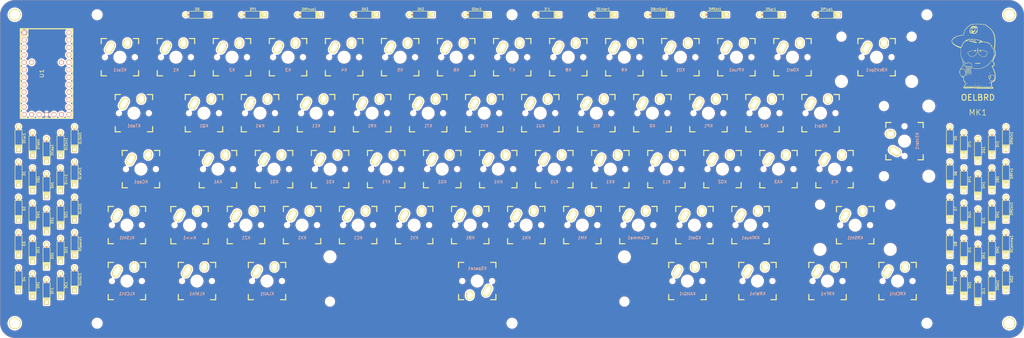
<source format=kicad_pcb>
(kicad_pcb (version 20221018) (generator pcbnew)
  (layers (0 "F.Cu" signal) (31 "B.Cu" signal) (34 "B.Paste" user) (35 "F.Paste" user) (36 "B.SilkS" user "B.Silkscreen") (37 "F.SilkS" user "F.Silkscreen") (38 "B.Mask" user) (39 "F.Mask" user) (44 "Edge.Cuts" user))
  (net 0 "")
  (net 1 "/row3")
  (net 2 "Net-(D0-Pad2)")
  (net 3 "/row0")
  (net 4 "Net-(D1-Pad2)")
  (net 5 "Net-(D2-Pad2)")
  (net 6 "Net-(D3-Pad2)")
  (net 7 "Net-(D4-Pad2)")
  (net 8 "Net-(D5-Pad2)")
  (net 9 "Net-(D6-Pad2)")
  (net 10 "Net-(D7-Pad2)")
  (net 11 "Net-(D8-Pad2)")
  (net 12 "Net-(D9-Pad2)")
  (net 13 "Net-(D'1-Pad2)")
  (net 14 "/row2")
  (net 15 "Net-(D<>1-Pad2)")
  (net 16 "Net-(DA1-Pad2)")
  (net 17 "Net-(DA2-Pad2)")
  (net 18 "/row1")
  (net 19 "Net-(DA3-Pad2)")
  (net 20 "Net-(DAltGr1-Pad2)")
  (net 21 "/row4")
  (net 22 "Net-(DB1-Pad2)")
  (net 23 "Net-(DBckSpc1-Pad2)")
  (net 24 "Net-(DC1-Pad2)")
  (net 25 "Net-(DCap1-Pad2)")
  (net 26 "Net-(DD1-Pad2)")
  (net 27 "Net-(DE1-Pad2)")
  (net 28 "Net-(DEnter1-Pad2)")
  (net 29 "Net-(DF1-Pad2)")
  (net 30 "Net-(DG1-Pad2)")
  (net 31 "Net-(DH1-Pad2)")
  (net 32 "Net-(DI1-Pad2)")
  (net 33 "Net-(DJ1-Pad2)")
  (net 34 "Net-(DK1-Pad2)")
  (net 35 "Net-(DL1-Pad2)")
  (net 36 "Net-(DLAlt1-Pad2)")
  (net 37 "Net-(DLCtrl1-Pad2)")
  (net 38 "Net-(DLSht1-Pad2)")
  (net 39 "Net-(DLWin1-Pad2)")
  (net 40 "Net-(DM1-Pad2)")
  (net 41 "Net-(DN1-Pad2)")
  (net 42 "Net-(DO1-Pad2)")
  (net 43 "Net-(DO2-Pad2)")
  (net 44 "Net-(DP1-Pad2)")
  (net 45 "Net-(DQ1-Pad2)")
  (net 46 "Net-(DR1-Pad2)")
  (net 47 "Net-(DRCtrl1-Pad2)")
  (net 48 "Net-(DRFn1-Pad2)")
  (net 49 "Net-(DRSht1-Pad2)")
  (net 50 "Net-(DRWin1-Pad2)")
  (net 51 "Net-(DS1-Pad2)")
  (net 52 "Net-(DSpace1-Pad2)")
  (net 53 "Net-(DSqr1-Pad2)")
  (net 54 "Net-(DT1-Pad2)")
  (net 55 "Net-(DTab1-Pad2)")
  (net 56 "Net-(DU1-Pad2)")
  (net 57 "Net-(DV1-Pad2)")
  (net 58 "Net-(DW1-Pad2)")
  (net 59 "Net-(DX1-Pad2)")
  (net 60 "Net-(DY1-Pad2)")
  (net 61 "Net-(DZ1-Pad2)")
  (net 62 "/col10")
  (net 63 "/col9")
  (net 64 "/col1")
  (net 65 "/col2")
  (net 66 "/col3")
  (net 67 "/col4")
  (net 68 "/col5")
  (net 69 "/col6")
  (net 70 "/col7")
  (net 71 "/col8")
  (net 72 "/col12")
  (net 73 "/col11")
  (net 74 "/col13")
  (net 75 "/col0")
  (net 76 "Net-(U1-Pad14)")
  (net 77 "Net-(U1-Pad16)")
  (net 78 "Net-(U1-Pad18)")
  (net 79 "Net-(U1-Pad23)")
  (net 80 "Net-(U1-Pad24)")
  (net 81 "Net-(U1-Pad25)")
  (net 82 "Net-(U1-Pad26)")
  (net 83 "Net-(U1-Pad27)")
  (net 84 "Net-(U1-Pad29)")
  (net 85 "Net-(U1-Pad30)")
  (net 86 "Net-(DComma1-Pad2)")
  (net 87 "Net-(DDel1-Pad2)")
  (net 88 "Net-(DDot1-Pad2)")
  (net 89 "Net-(DEsc1-Pad2)")
  (net 90 "Net-(DMinus1-Pad2)")
  (net 91 "Net-(DPlus1-Pad2)")
  (net 92 "GND")
  (footprint "keebs:Mx_Alps_100" (layer "F.Cu") (at 266.7 90.4875)
    (fp_text reference "K0")
    (fp_text value "KEYSW" hide)
  )
  (footprint "keebs:Mx_Alps_100" (layer "F.Cu") (at 280.9875 128.5875)
    (fp_text reference "KDot1")
    (fp_text value "KEYSW" hide)
  )
  (footprint "keebs:Mx_Alps_100" (layer "F.Cu") (at 261.9375 128.5875)
    (fp_text reference "KComma1")
    (fp_text value "KEYSW" hide)
  )
  (footprint "keebs:Mx_Alps_100" (layer "F.Cu") (at 104.775 71.4375)
    (fp_text reference "K1")
    (fp_text value "KEYSW" hide)
  )
  (footprint "keebs:Mx_Alps_100" (layer "F.Cu") (at 123.825 71.4375)
    (fp_text reference "K2")
    (fp_text value "KEYSW" hide)
  )
  (footprint "keebs:Mx_Alps_100" (layer "F.Cu") (at 142.875 71.4375)
    (fp_text reference "K3")
    (fp_text value "KEYSW" hide)
  )
  (footprint "keebs:Mx_Alps_100" (layer "F.Cu") (at 161.925 71.4375)
    (fp_text reference "K4")
    (fp_text value "KEYSW" hide)
  )
  (footprint "keebs:Mx_Alps_100" (layer "F.Cu") (at 200.025 71.4375)
    (fp_text reference "K6")
    (fp_text value "KEYSW" hide)
  )
  (footprint "keebs:Mx_Alps_100" (layer "F.Cu") (at 219.075 71.4375)
    (fp_text reference "K7")
    (fp_text value "KEYSW" hide)
  )
  (footprint "keebs:Mx_Alps_100" (layer "F.Cu") (at 314.325 71.4375)
    (fp_text reference "KDel1")
    (fp_text value "KEYSW" hide)
  )
  (footprint "keebs:Mx_Alps_100" (layer "F.Cu") (at 328.6125 109.5375)
    (fp_text reference "K'1")
    (fp_text value "KEYSW" hide)
  )
  (footprint "keebs:Mx_Alps_100" (layer "F.Cu") (at 295.275 71.4375)
    (fp_text reference "KPlus1")
    (fp_text value "KEYSW" hide)
  )
  (footprint "keebs:Mx_Alps_100" (layer "F.Cu") (at 300.0375 128.5875)
    (fp_text reference "KMinus1")
    (fp_text value "KEYSW" hide)
  )
  (footprint "keebs:Mx_Alps_100" (layer "F.Cu") (at 109.39875 128.615)
    (fp_text reference "K<>1")
    (fp_text value "KEYSW" hide)
  )
  (footprint "keebs:Mx_Alps_100" (layer "F.Cu") (at 119.0625 109.5375)
    (fp_text reference "KA1")
    (fp_text value "KEYSW" hide)
  )
  (footprint "keebs:Mx_Alps_100" (layer "F.Cu") (at 304.8 90.4875)
    (fp_text reference "KA2")
    (fp_text value "KEYSW" hide)
  )
  (footprint "keebs:Mx_Alps_100" (layer "F.Cu") (at 309.5625 109.5375)
    (fp_text reference "KA3")
    (fp_text value "KEYSW" hide)
  )
  (footprint "keebs:Mx_Alps_125" (layer "F.Cu") (at 278.60625 147.6375)
    (fp_text reference "KAltGr1")
    (fp_text value "KEYSW" hide)
  )
  (footprint "keebs:Mx_Alps_100" (layer "F.Cu") (at 204.7875 128.5875)
    (fp_text reference "KB1")
    (fp_text value "KEYSW" hide)
  )
  (footprint "keebs:Mx_Alps_200" (layer "F.Cu") (at 342.9 71.4375)
    (fp_text reference "KBckSpc1")
    (fp_text value "KEYSW" hide)
  )
  (footprint "keebs:Mx_Alps_100" (layer "F.Cu") (at 166.6875 128.5875)
    (fp_text reference "KC1")
    (fp_text value "KEYSW" hide)
  )
  (footprint "keebs:Mx_Alps_175" (layer "F.Cu") (at 92.86875 109.5375)
    (fp_text reference "KCap1")
    (fp_text value "KEYSW" hide)
  )
  (footprint "keebs:Mx_Alps_100" (layer "F.Cu") (at 157.1625 109.5375)
    (fp_text reference "KD1")
    (fp_text value "KEYSW" hide)
  )
  (footprint "keebs:Mx_Alps_100" (layer "F.Cu") (at 152.4 90.4875)
    (fp_text reference "KE1")
    (fp_text value "KEYSW" hide)
  )
  (footprint "keebs:Mx_Alps_200" (layer "F.Cu") (at 352.3975 100.0125 90)
    (fp_text reference "KEnter1")
    (fp_text value "KEYSW" hide)
  )
  (footprint "keebs:Mx_Alps_100" (layer "F.Cu") (at 176.2125 109.5375)
    (fp_text reference "KF1")
    (fp_text value "KEYSW" hide)
  )
  (footprint "keebs:Mx_Alps_100" (layer "F.Cu") (at 195.2625 109.5375)
    (fp_text reference "KG1")
    (fp_text value "KEYSW" hide)
  )
  (footprint "keebs:Mx_Alps_100" (layer "F.Cu") (at 214.3125 109.5375)
    (fp_text reference "KH1")
    (fp_text value "KEYSW" hide)
  )
  (footprint "keebs:Mx_Alps_100" (layer "F.Cu") (at 233.3625 109.5375)
    (fp_text reference "KJ1")
    (fp_text value "KEYSW" hide)
  )
  (footprint "keebs:Mx_Alps_100" (layer "F.Cu") (at 252.4125 109.5375)
    (fp_text reference "KK1")
    (fp_text value "KEYSW" hide)
  )
  (footprint "keebs:Mx_Alps_100" (layer "F.Cu") (at 271.4625 109.5375)
    (fp_text reference "KL1")
    (fp_text value "KEYSW" hide)
  )
  (footprint "keebs:Mx_Alps_125" (layer "F.Cu") (at 135.73125 147.6375)
    (fp_text reference "KLAlt1")
    (fp_text value "KEYSW" hide)
  )
  (footprint "keebs:Mx_Alps_125" (layer "F.Cu") (at 88.10625 147.6375)
    (fp_text reference "KLCtrl1")
    (fp_text value "KEYSW" hide)
  )
  (footprint "keebs:Mx_Alps_125" (layer "F.Cu") (at 88.10625 128.5875)
    (fp_text reference "KLSht1")
    (fp_text value "KEYSW" hide)
  )
  (footprint "keebs:Mx_Alps_125" (layer "F.Cu") (at 111.91875 147.6375)
    (fp_text reference "KLWin1")
    (fp_text value "KEYSW" hide)
  )
  (footprint "keebs:Mx_Alps_100" (layer "F.Cu") (at 242.8875 128.5875)
    (fp_text reference "KM1")
    (fp_text value "KEYSW" hide)
  )
  (footprint "keebs:Mx_Alps_100" (layer "F.Cu") (at 223.8375 128.5875)
    (fp_text reference "KN1")
    (fp_text value "KEYSW" hide)
  )
  (footprint "keebs:Mx_Alps_100" (layer "F.Cu") (at 276.225 71.4375)
    (fp_text reference "KO1")
    (fp_text value "KEYSW" hide)
  )
  (footprint "keebs:Mx_Alps_100" (layer "F.Cu") (at 290.5125 109.5375)
    (fp_text reference "KO2")
    (fp_text value "KEYSW" hide)
  )
  (footprint "keebs:Mx_Alps_100" (layer "F.Cu") (at 285.75 90.4875)
    (fp_text reference "KP1")
    (fp_text value "KEYSW" hide)
  )
  (footprint "keebs:Mx_Alps_100" (layer "F.Cu") (at 114.3 90.4875)
    (fp_text reference "KQ1")
    (fp_text value "KEYSW" hide)
  )
  (footprint "keebs:Mx_Alps_100" (layer "F.Cu") (at 171.45 90.4875)
    (fp_text reference "KR1")
    (fp_text value "KEYSW" hide)
  )
  (footprint "keebs:Mx_Alps_125" (layer "F.Cu") (at 350.04375 147.6375)
    (fp_text reference "KRCtrl1")
    (fp_text value "KEYSW" hide)
  )
  (footprint "keebs:Mx_Alps_125" (layer "F.Cu") (at 326.23125 147.6375)
    (fp_text reference "KRFn1")
    (fp_text value "KEYSW" hide)
  )
  (footprint "keebs:Mx_Alps_275" (layer "F.Cu") (at 335.6175 128.615)
    (fp_text reference "KRSht1")
    (fp_text value "KEYSW" hide)
  )
  (footprint "keebs:Mx_Alps_125" (layer "F.Cu") (at 302.41875 147.6375)
    (fp_text reference "KRWin1")
    (fp_text value "KEYSW" hide)
  )
  (footprint "keebs:Mx_Alps_100" (layer "F.Cu") (at 138.1125 109.5375)
    (fp_text reference "KS1")
    (fp_text value "KEYSW" hide)
  )
  (footprint "keebs:Mx_Alps_625" (layer "F.Cu") (at 207.16875 147.6375 180)
    (fp_text reference "KSpace1")
    (fp_text value "KEYSW" hide)
  )
  (footprint "keebs:Mx_Alps_100" (layer "F.Cu") (at 323.85 90.4875)
    (fp_text reference "KSqr1")
    (fp_text value "KEYSW" hide)
  )
  (footprint "keebs:Mx_Alps_100" (layer "F.Cu") (at 190.5 90.4875)
    (fp_text reference "KT1")
    (fp_text value "KEYSW" hide)
  )
  (footprint "keebs:Mx_Alps_150" (layer "F.Cu") (at 90.4875 90.4875)
    (fp_text reference "KTab1")
    (fp_text value "KEYSW" hide)
  )
  (footprint "keebs:Mx_Alps_100" (layer "F.Cu") (at 85.725 71.4375)
    (fp_text reference "KEsc1")
    (fp_text value "KEYSW" hide)
  )
  (footprint "keebs:Mx_Alps_100" (layer "F.Cu") (at 228.6 90.4875)
    (fp_text reference "KU1")
    (fp_text value "KEYSW" hide)
  )
  (footprint "keebs:Mx_Alps_100" (layer "F.Cu") (at 133.35 90.4875)
    (fp_text reference "KW1")
    (fp_text value "KEYSW" hide)
  )
  (footprint "keebs:Mx_Alps_100" (layer "F.Cu") (at 147.6375 128.5875)
    (fp_text reference "KX1")
    (fp_text value "KEYSW" hide)
  )
  (footprint "keebs:Mx_Alps_100" (layer "F.Cu") (at 209.55 90.4875)
    (fp_text reference "KY1")
    (fp_text value "KEYSW" hide)
  )
  (footprint "keebs:Mx_Alps_100" (layer "F.Cu") (at 128.5875 128.5875)
    (fp_text reference "KZ1")
    (fp_text value "KEYSW" hide)
  )
  (footprint "keebs:Mx_Alps_100" (layer "F.Cu") (at 185.7375 128.5875)
    (fp_text reference "KV1")
    (fp_text value "KEYSW" hide)
  )
  (footprint "keebs:Mx_Alps_100" (layer "F.Cu") (at 180.975 71.4375)
    (fp_text reference "K5")
    (fp_text value "KEYSW" hide)
  )
  (footprint "keebs:Mx_Alps_100" (layer "F.Cu") (at 238.125 71.4375)
    (fp_text reference "K8")
    (fp_text value "KEYSW" hide)
  )
  (footprint "keebs:Mx_Alps_100" (layer "F.Cu") (at 257.175 71.4375)
    (fp_text reference "K9")
    (fp_text value "KEYSW" hide)
  )
  (footprint "keebs:Mx_Alps_100" (layer "F.Cu") (at 247.65 90.4875)
    (fp_text reference "KI1")
    (fp_text value "KEYSW" hide)
  )
  (footprint "keyboard_parts:HOLE_M3" (layer "F.Cu") (at 50.00625 57)
    (fp_text reference "HOLE_M3" hide)
    (fp_text value "VAL**" hide)
  )
  (footprint "keyboard_parts:HOLE_M2.6" (layer "F.Cu") (at 78 57)
    (fp_text reference "HOLE_M2.6" hide)
    (fp_text value "VAL**" hide)
  )
  (footprint "keyboard_parts:HOLE_M2.6" (layer "F.Cu") (at 78 162)
    (fp_text reference "HOLE_M2.6" hide)
    (fp_text value "VAL**" hide)
  )
  (footprint "keyboard_parts:HOLE_M2.6" (layer "F.Cu") (at 360 162)
    (fp_text reference "HOLE_M2.6" hide)
    (fp_text value "VAL**" hide)
  )
  (footprint "keyboard_parts:HOLE_M2.6" (layer "F.Cu") (at 360 57)
    (fp_text reference "HOLE_M2.6" hide)
    (fp_text value "VAL**" hide)
  )
  (footprint "keyboard_parts:HOLE_M3" (layer "F.Cu") (at 388 162)
    (fp_text reference "HOLE_M3" hide)
    (fp_text value "VAL**" hide)
  )
  (footprint "keyboard_parts:HOLE_M3" (layer "F.Cu") (at 388 57)
    (fp_text reference "HOLE_M3" hide)
    (fp_text value "VAL**" hide)
  )
  (footprint "keyboard_parts:HOLE_M2.6" (layer "F.Cu") (at 219 162)
    (fp_text reference "HOLE_M2.6" hide)
    (fp_text value "VAL**" hide)
  )
  (footprint "keyboard_parts:HOLE_M3" (layer "F.Cu") (at 50 162)
    (fp_text reference "HOLE_M3" hide)
    (fp_text value "VAL**" hide)
  )
  (footprint "keyboard_parts:HOLE_M2.6" (layer "F.Cu") (at 219 57)
    (fp_text reference "HOLE_M2.6" hide)
    (fp_text value "VAL**" hide)
  )
  (footprint "keyboard_parts:D_SOD123_axial" (layer "F.Cu") (at 169 57 180)
    (fp_text reference "DA3")
    (fp_text value "D" hide)
  )
  (footprint "keyboard_parts:D_SOD123_axial" (layer "F.Cu") (at 188 57 180)
    (fp_text reference "DA2")
    (fp_text value "D" hide)
  )
  (footprint "keyboard_parts:D_SOD123_axial" (layer "F.Cu") (at 150 57 180)
    (fp_text reference "DMinus1")
    (fp_text value "D" hide)
  )
  (footprint "keyboard_parts:D_SOD123_axial" (layer "F.Cu") (at 207 57 180)
    (fp_text reference "DDel1")
    (fp_text value "D" hide)
  )
  (footprint "keyboard_parts:D_SOD123_axial" (layer "F.Cu") (at 131 57 180)
    (fp_text reference "DP1")
    (fp_text value "D" hide)
  )
  (footprint "keyboard_parts:D_SOD123_axial" (layer "F.Cu") (at 112 57 180)
    (fp_text reference "D0")
    (fp_text value "D" hide)
  )
  (footprint "keyboard_parts:D_SOD123_axial" (layer "F.Cu") (at 231 57 180)
    (fp_text reference "D'1")
    (fp_text value "D" hide)
  )
  (footprint "keyboard_parts:D_SOD123_axial" (layer "F.Cu") (at 250 57 180)
    (fp_text reference "DEnter1")
    (fp_text value "D" hide)
  )
  (footprint "keyboard_parts:D_SOD123_axial" (layer "F.Cu") (at 269 57 180)
    (fp_text reference "DBckSpc1")
    (fp_text value "D" hide)
  )
  (footprint "keyboard_parts:D_SOD123_axial" (layer "F.Cu") (at 288 57 180)
    (fp_text reference "DRSht1")
    (fp_text value "D" hide)
  )
  (footprint "keyboard_parts:D_SOD123_axial" (layer "F.Cu") (at 307 57 180)
    (fp_text reference "DSqr1")
    (fp_text value "D" hide)
  )
  (footprint "keyboard_parts:D_SOD123_axial" (layer "F.Cu") (at 326 57 180)
    (fp_text reference "DPlus1")
    (fp_text value "D" hide)
  )
  (footprint "keebs:Teensy_20" (layer "F.Cu") (at 60.79375 77 -90)
    (fp_text reference "U1")
    (fp_text value "TEENSY2.0" hide)
  )
  (footprint "keyboard_parts:D_SOD123_axial" (layer "F.Cu") (at 51.26875 99 90)
    (fp_text reference "DEsc1")
    (fp_text value "D" hide)
  )
  (footprint "keyboard_parts:D_SOD123_axial" (layer "F.Cu") (at 51.26875 123 90)
    (fp_text reference "D2")
    (fp_text value "D" hide)
  )
  (footprint "keyboard_parts:D_SOD123_axial" (layer "F.Cu") (at 51.26875 147 90)
    (fp_text reference "D4")
    (fp_text value "D" hide)
  )
  (footprint "keyboard_parts:D_SOD123_axial" (layer "F.Cu") (at 51.26875 135 90)
    (fp_text reference "D3")
    (fp_text value "D" hide)
  )
  (footprint "keyboard_parts:D_SOD123_axial" (layer "F.Cu") (at 51.26875 111 90)
    (fp_text reference "D1")
    (fp_text value "D" hide)
  )
  (footprint "keyboard_parts:D_SOD123_axial" (layer "F.Cu") (at 56.03125 125 90)
    (fp_text reference "DW1")
    (fp_text value "D" hide)
  )
  (footprint "keyboard_parts:D_SOD123_axial" (layer "F.Cu") (at 56.03125 137 90)
    (fp_text reference "DE1")
    (fp_text value "D" hide)
  )
  (footprint "keyboard_parts:D_SOD123_axial" (layer "F.Cu") (at 56.03125 101 90)
    (fp_text reference "DTab1")
    (fp_text value "D" hide)
  )
  (footprint "keyboard_parts:D_SOD123_axial" (layer "F.Cu") (at 56.03125 149 90)
    (fp_text reference "DR1")
    (fp_text value "D" hide)
  )
  (footprint "keyboard_parts:D_SOD123_axial" (layer "F.Cu") (at 56.03125 113 90)
    (fp_text reference "DQ1")
    (fp_text value "D" hide)
  )
  (footprint "keyboard_parts:D_SOD123_axial" (layer "F.Cu") (at 60.79375 115 90)
    (fp_text reference "DA1")
    (fp_text value "D" hide)
  )
  (footprint "keyboard_parts:D_SOD123_axial" (layer "F.Cu") (at 60.79375 151 90)
    (fp_text reference "DF1")
    (fp_text value "D" hide)
  )
  (footprint "keyboard_parts:D_SOD123_axial" (layer "F.Cu") (at 60.79375 103 90)
    (fp_text reference "DCap1")
    (fp_text value "D" hide)
  )
  (footprint "keyboard_parts:D_SOD123_axial" (layer "F.Cu") (at 60.79375 139 90)
    (fp_text reference "DD1")
    (fp_text value "D" hide)
  )
  (footprint "keyboard_parts:D_SOD123_axial" (layer "F.Cu") (at 60.79375 127 90)
    (fp_text reference "DS1")
    (fp_text value "D" hide)
  )
  (footprint "keyboard_parts:D_SOD123_axial" (layer "F.Cu") (at 65.5 113 90)
    (fp_text reference "D<>1")
    (fp_text value "D" hide)
  )
  (footprint "keyboard_parts:D_SOD123_axial" (layer "F.Cu") (at 65.55625 125 90)
    (fp_text reference "DZ1")
    (fp_text value "D" hide)
  )
  (footprint "keyboard_parts:D_SOD123_axial" (layer "F.Cu") (at 65.55625 137 90)
    (fp_text reference "DX1")
    (fp_text value "D" hide)
  )
  (footprint "keyboard_parts:D_SOD123_axial" (layer "F.Cu") (at 70.31875 147 90)
    (fp_text reference "DAltGr1")
    (fp_text value "D" hide)
  )
  (footprint "keyboard_parts:D_SOD123_axial" (layer "F.Cu") (at 70.31875 99 90)
    (fp_text reference "DLSht1")
    (fp_text value "D" hide)
  )
  (footprint "keyboard_parts:D_SOD123_axial" (layer "F.Cu") (at 65.55625 149 90)
    (fp_text reference "DC1")
    (fp_text value "D" hide)
  )
  (footprint "keyboard_parts:D_SOD123_axial" (layer "F.Cu") (at 65.55625 101 90)
    (fp_text reference "DLCtrl1")
    (fp_text value "D" hide)
  )
  (footprint "keyboard_parts:D_SOD123_axial" (layer "F.Cu") (at 70.31875 123 90)
    (fp_text reference "DLAlt1")
    (fp_text value "D" hide)
  )
  (footprint "keyboard_parts:D_SOD123_axial" (layer "F.Cu") (at 70.31875 111 90)
    (fp_text reference "DLWin1")
    (fp_text value "D" hide)
  )
  (footprint "keyboard_parts:D_SOD123_axial" (layer "F.Cu") (at 70.31875 135 90)
    (fp_text reference "DSpace1")
    (fp_text value "D" hide)
  )
  (footprint "keyboard_parts:D_SOD123_axial" (layer "F.Cu") (at 386.88125 135 90)
    (fp_text reference "DComma1")
    (fp_text value "D" hide)
  )
  (footprint "keyboard_parts:D_SOD123_axial" (layer "F.Cu") (at 367.83125 135 90)
    (fp_text reference "D8")
    (fp_text value "D" hide)
  )
  (footprint "keyboard_parts:D_SOD123_axial" (layer "F.Cu") (at 367.83125 99 90)
    (fp_text reference "D5")
    (fp_text value "D" hide)
  )
  (footprint "keyboard_parts:D_SOD123_axial" (layer "F.Cu") (at 382.11875 149 90)
    (fp_text reference "DDot1")
    (fp_text value "D" hide)
  )
  (footprint "keyboard_parts:D_SOD123_axial" (layer "F.Cu") (at 367.83125 147 90)
    (fp_text reference "D9")
    (fp_text value "D" hide)
  )
  (footprint "keyboard_parts:D_SOD123_axial" (layer "F.Cu") (at 367.83125 123 90)
    (fp_text reference "D7")
    (fp_text value "D" hide)
  )
  (footprint "keyboard_parts:D_SOD123_axial" (layer "F.Cu") (at 367.83125 111 90)
    (fp_text reference "D6")
    (fp_text value "D" hide)
  )
  (footprint "keyboard_parts:D_SOD123_axial" (layer "F.Cu") (at 372.59375 113 90)
    (fp_text reference "DY1")
    (fp_text value "D" hide)
  )
  (footprint "keyboard_parts:D_SOD123_axial" (layer "F.Cu") (at 372.59375 125 90)
    (fp_text reference "DU1")
    (fp_text value "D" hide)
  )
  (footprint "keyboard_parts:D_SOD123_axial" (layer "F.Cu") (at 382.11875 101 90)
    (fp_text reference "DV1")
    (fp_text value "D" hide)
  )
  (footprint "keyboard_parts:D_SOD123_axial" (layer "F.Cu") (at 377.35625 151 90)
    (fp_text reference "DL1")
    (fp_text value "D" hide)
  )
  (footprint "keyboard_parts:D_SOD123_axial" (layer "F.Cu") (at 377.35625 138.93825 90)
    (fp_text reference "DK1")
    (fp_text value "D" hide)
  )
  (footprint "keyboard_parts:D_SOD123_axial" (layer "F.Cu") (at 382.11875 113 90)
    (fp_text reference "DB1")
    (fp_text value "D" hide)
  )
  (footprint "keyboard_parts:D_SOD123_axial" (layer "F.Cu") (at 377.35625 127 90)
    (fp_text reference "DJ1")
    (fp_text value "D" hide)
  )
  (footprint "keyboard_parts:D_SOD123_axial" (layer "F.Cu") (at 372.59375 137 90)
    (fp_text reference "DI1")
    (fp_text value "D" hide)
  )
  (footprint "keyboard_parts:D_SOD123_axial" (layer "F.Cu") (at 377.35625 103 90)
    (fp_text reference "DG1")
    (fp_text value "D" hide)
  )
  (footprint "keyboard_parts:D_SOD123_axial" (layer "F.Cu") (at 377.35625 115 90)
    (fp_text reference "DH1")
    (fp_text value "D" hide)
  )
  (footprint "keyboard_parts:D_SOD123_axial" (layer "F.Cu") (at 372.59375 149 90)
    (fp_text reference "DO1")
    (fp_text value "D" hide)
  )
  (footprint "keyboard_parts:D_SOD123_axial" (layer "F.Cu") (at 386.88125 123 90)
    (fp_text reference "DRCtrl1")
    (fp_text value "D" hide)
  )
  (footprint "keyboard_parts:D_SOD123_axial" (layer "F.Cu") (at 386.88125 99 90)
    (fp_text reference "DRWin1")
    (fp_text value "D" hide)
  )
  (footprint "keyboard_parts:D_SOD123_axial" (layer "F.Cu") (at 386.88125 147 90)
    (fp_text reference "DO2")
    (fp_text value "D" hide)
  )
  (footprint "keyboard_parts:D_SOD123_axial" (layer "F.Cu") (at 382.11875 137 90)
    (fp_text reference "DM1")
    (fp_text value "D" hide)
  )
  (footprint "keyboard_parts:D_SOD123_axial" (layer "F.Cu") (at 372.59375 101 90)
    (fp_text reference "DT1")
    (fp_text value "D" hide)
  )
  (footprint "keyboard_parts:D_SOD123_axial" (layer "F.Cu") (at 382.11875 125 90)
    (fp_text reference "DN1")
    (fp_text value "D" hide)
  )
  (footprint "keyboard_parts:D_SOD123_axial" (layer "F.Cu") (at 386.88125 111 90)
    (fp_text reference "DRFn1")
    (fp_text value "D" hide)
  )
  (footprint "LOGO" (layer "F.Cu") (at 375.92 71.12)
    (fp_text reference "G***" hide)
    (fp_text value "LOGO" hide)
  )
  (gr_line (start 219 52) (end 78 52) (stroke (width 0.05)) (layer "Edge.Cuts"))
  (gr_line (start 360 52) (end 219 52) (stroke (width 0.05)) (layer "Edge.Cuts"))
  (gr_line (start 50 52) (end 57 52) (stroke (width 0.05)) (layer "Edge.Cuts"))
  (gr_line (start 45 149) (end 45 162) (stroke (width 0.05)) (layer "Edge.Cuts"))
  (gr_line (start 388 167) (end 377 167) (stroke (width 0.05)) (layer "Edge.Cuts"))
  (gr_line (start 393 62) (end 393 57) (stroke (width 0.05)) (layer "Edge.Cuts"))
  (gr_line (start 388 52) (end 360 52) (stroke (width 0.05)) (layer "Edge.Cuts"))
  (gr_arc (start 393 162) (mid 391.535534 165.535534) (end 388 167) (stroke (width 0.05)) (layer "Edge.Cuts"))
  (gr_line (start 78 52) (end 57 52) (stroke (width 0.05)) (layer "Edge.Cuts"))
  (gr_line (start 50 167) (end 377 167) (stroke (width 0.05)) (layer "Edge.Cuts"))
  (gr_line (start 393 162) (end 393 62) (stroke (width 0.05)) (layer "Edge.Cuts"))
  (gr_arc (start 388 52) (mid 391.535534 53.464466) (end 393 57) (stroke (width 0.05)) (layer "Edge.Cuts"))
  (gr_arc (start 50 167) (mid 46.464466 165.535534) (end 45 162) (stroke (width 0.05)) (layer "Edge.Cuts"))
  (gr_arc (start 45 57) (mid 46.464466 53.464466) (end 50 52) (stroke (width 0.05)) (layer "Edge.Cuts"))
  (gr_line (start 45 57) (end 45 149) (stroke (width 0.05)) (layer "Edge.Cuts"))
  (gr_text "MK1" (at 377.340859 91.44) (layer "F.SilkS") (effects (font (size 2 2) (thickness 0.2)) (justify bottom)))
  (gr_text "OELBRD" (at 377.340859 86.36) (layer "F.SilkS") (effects (font (size 2 2) (thickness 0.3)) (justify bottom)))
  (zone (net 92) (net_name "GND") (layer "F.Cu") (connect_pads (clearance 0.508)) (min_thickness 0.254) (fill yes (thermal_gap 0.508) (thermal_bridge_width 0.508))
    (polygon (pts (xy 52.5 167) (xy 45 167) (xy 45 52) (xy 393 52) (xy 393 167)))
  )
  (zone (net 92) (net_name "GND") (layer "B.Cu") (connect_pads (clearance 0.508)) (min_thickness 0.254) (fill yes (thermal_gap 0.508) (thermal_bridge_width 0.508))
    (polygon (pts (xy 52.5 167) (xy 45 167) (xy 45 52) (xy 393 52) (xy 393 167)))
  )
)
</source>
